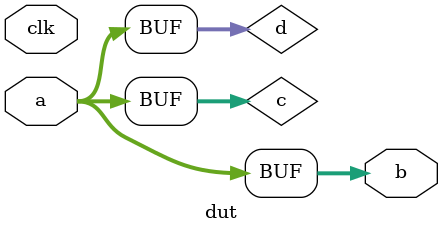
<source format=sv>
/* Generated by Synlig (git sha1 07bd130c1, g++ 12.2.0-14 -fPIC -O3) */

(* top =  1  *)
(* src = "/root/synlig/synlig/tests/simple_tests/TypedefAlias/dut.v:17.1-26.10" *)
module dut(clk, a, b);
  (* enum_value_00000000 = "\\ONE" *)
  (* enum_value_00000001 = "\\TWO" *)
  (* enum_value_00000010 = "\\THREE" *)
  (* src = "/root/synlig/synlig/tests/simple_tests/TypedefAlias/dut.v:17.42-17.43" *)
  (* wiretype = "\\enum_t" *)
  input [7:0] a;
  wire [7:0] a;
  (* enum_value_00000000 = "\\ONE" *)
  (* enum_value_00000001 = "\\TWO" *)
  (* enum_value_00000010 = "\\THREE" *)
  (* src = "/root/synlig/synlig/tests/simple_tests/TypedefAlias/dut.v:17.65-17.66" *)
  (* wiretype = "\\enum_t" *)
  output [7:0] b;
  wire [7:0] b;
  (* src = "/root/synlig/synlig/tests/simple_tests/TypedefAlias/dut.v:21.19-21.20" *)
  (* wiretype = "\\struct_t" *)
  wire [7:0] c;
  (* src = "/root/synlig/synlig/tests/simple_tests/TypedefAlias/dut.v:17.19-17.22" *)
  input clk;
  wire clk;
  (* src = "/root/synlig/synlig/tests/simple_tests/TypedefAlias/dut.v:22.23-22.24" *)
  (* wiretype = "\\third_alias_t" *)
  wire [7:0] d;
  assign b = a;
  assign c = a;
  assign d = a;
endmodule

</source>
